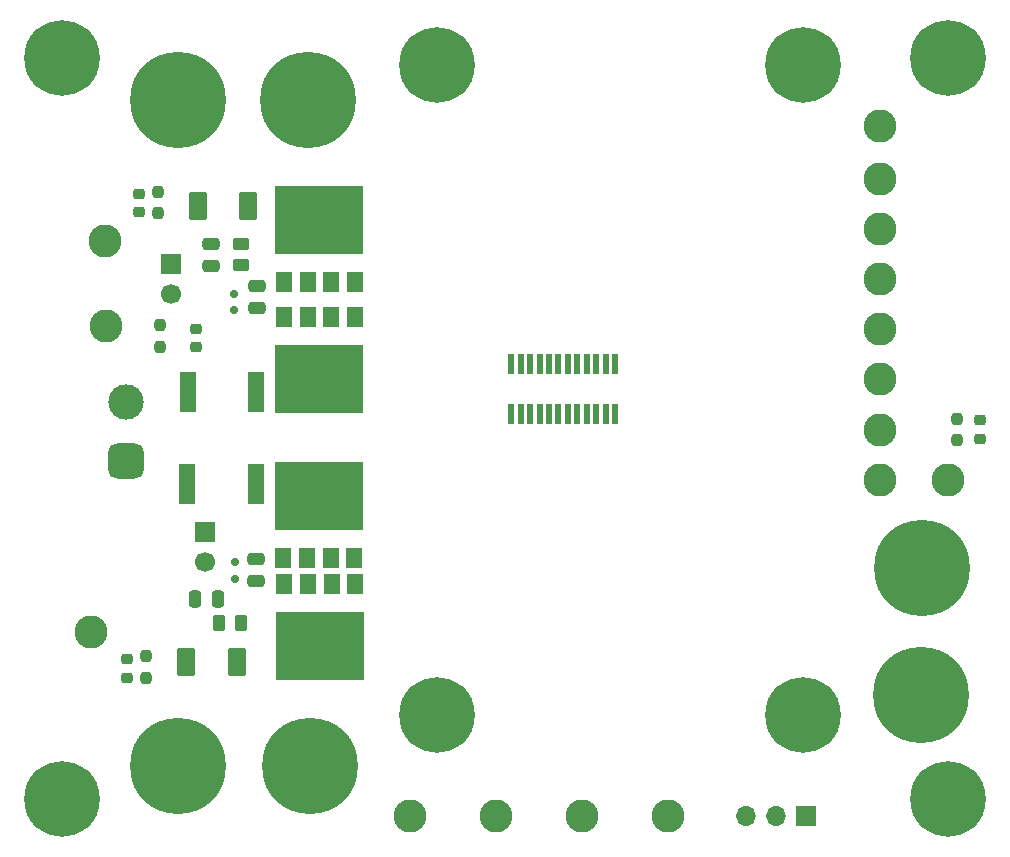
<source format=gbr>
%TF.GenerationSoftware,KiCad,Pcbnew,9.0.6*%
%TF.CreationDate,2026-01-20T23:25:45-06:00*%
%TF.ProjectId,TestBoard_PowerMuxPCB,54657374-426f-4617-9264-5f506f776572,rev?*%
%TF.SameCoordinates,Original*%
%TF.FileFunction,Soldermask,Top*%
%TF.FilePolarity,Negative*%
%FSLAX46Y46*%
G04 Gerber Fmt 4.6, Leading zero omitted, Abs format (unit mm)*
G04 Created by KiCad (PCBNEW 9.0.6) date 2026-01-20 23:25:45*
%MOMM*%
%LPD*%
G01*
G04 APERTURE LIST*
G04 Aperture macros list*
%AMRoundRect*
0 Rectangle with rounded corners*
0 $1 Rounding radius*
0 $2 $3 $4 $5 $6 $7 $8 $9 X,Y pos of 4 corners*
0 Add a 4 corners polygon primitive as box body*
4,1,4,$2,$3,$4,$5,$6,$7,$8,$9,$2,$3,0*
0 Add four circle primitives for the rounded corners*
1,1,$1+$1,$2,$3*
1,1,$1+$1,$4,$5*
1,1,$1+$1,$6,$7*
1,1,$1+$1,$8,$9*
0 Add four rect primitives between the rounded corners*
20,1,$1+$1,$2,$3,$4,$5,0*
20,1,$1+$1,$4,$5,$6,$7,0*
20,1,$1+$1,$6,$7,$8,$9,0*
20,1,$1+$1,$8,$9,$2,$3,0*%
G04 Aperture macros list end*
%ADD10RoundRect,0.218750X-0.256250X0.218750X-0.256250X-0.218750X0.256250X-0.218750X0.256250X0.218750X0*%
%ADD11RoundRect,0.237500X0.237500X-0.250000X0.237500X0.250000X-0.237500X0.250000X-0.237500X-0.250000X0*%
%ADD12RoundRect,0.237500X-0.237500X0.250000X-0.237500X-0.250000X0.237500X-0.250000X0.237500X0.250000X0*%
%ADD13RoundRect,0.250000X0.475000X-0.250000X0.475000X0.250000X-0.475000X0.250000X-0.475000X-0.250000X0*%
%ADD14C,8.115000*%
%ADD15RoundRect,0.102000X-0.590000X0.765000X-0.590000X-0.765000X0.590000X-0.765000X0.590000X0.765000X0*%
%ADD16RoundRect,0.102000X-3.605000X2.815000X-3.605000X-2.815000X3.605000X-2.815000X3.605000X2.815000X0*%
%ADD17C,6.400000*%
%ADD18C,2.800000*%
%ADD19RoundRect,0.102000X0.590000X-0.765000X0.590000X0.765000X-0.590000X0.765000X-0.590000X-0.765000X0*%
%ADD20RoundRect,0.102000X3.605000X-2.815000X3.605000X2.815000X-3.605000X2.815000X-3.605000X-2.815000X0*%
%ADD21R,1.450000X3.450000*%
%ADD22RoundRect,0.163043X0.586957X1.036957X-0.586957X1.036957X-0.586957X-1.036957X0.586957X-1.036957X0*%
%ADD23RoundRect,0.218750X0.256250X-0.218750X0.256250X0.218750X-0.256250X0.218750X-0.256250X-0.218750X0*%
%ADD24RoundRect,0.150000X0.200000X-0.150000X0.200000X0.150000X-0.200000X0.150000X-0.200000X-0.150000X0*%
%ADD25R,1.700000X1.700000*%
%ADD26O,1.700000X1.700000*%
%ADD27C,1.700000*%
%ADD28RoundRect,0.250000X0.262500X0.450000X-0.262500X0.450000X-0.262500X-0.450000X0.262500X-0.450000X0*%
%ADD29RoundRect,0.250000X-0.450000X0.262500X-0.450000X-0.262500X0.450000X-0.262500X0.450000X0.262500X0*%
%ADD30R,0.550000X1.800000*%
%ADD31C,3.600000*%
%ADD32RoundRect,0.250000X0.250000X0.475000X-0.250000X0.475000X-0.250000X-0.475000X0.250000X-0.475000X0*%
%ADD33RoundRect,0.750000X0.750000X-0.750000X0.750000X0.750000X-0.750000X0.750000X-0.750000X-0.750000X0*%
%ADD34C,3.000000*%
G04 APERTURE END LIST*
D10*
%TO.C,D2*%
X118830000Y-93685000D03*
X118830000Y-95260000D03*
%TD*%
D11*
%TO.C,R8*%
X115650000Y-83912500D03*
X115650000Y-82087500D03*
%TD*%
D12*
%TO.C,R7*%
X114620000Y-121407500D03*
X114620000Y-123232500D03*
%TD*%
D13*
%TO.C,CMOSFET3*%
X124000000Y-91950000D03*
X124000000Y-90050000D03*
%TD*%
D14*
%TO.C,J5*%
X180310000Y-114000000D03*
%TD*%
D15*
%TO.C,Q4*%
X132300000Y-92700000D03*
X130300000Y-92700000D03*
X128300000Y-92700000D03*
X126300000Y-92700000D03*
D16*
X129300000Y-97950000D03*
%TD*%
D10*
%TO.C,D5*%
X112990000Y-121692500D03*
X112990000Y-123267500D03*
%TD*%
D17*
%TO.C,H2*%
X107500000Y-133500000D03*
%TD*%
D18*
%TO.C,TP18*%
X144263333Y-135000000D03*
%TD*%
D19*
%TO.C,Q3*%
X126300000Y-89714500D03*
X128300000Y-89714500D03*
X130300000Y-89714500D03*
X132300000Y-89714500D03*
D20*
X129300000Y-84464500D03*
%TD*%
D17*
%TO.C,H1*%
X182500000Y-70750000D03*
%TD*%
D21*
%TO.C,R5*%
X123900000Y-106810000D03*
X118100000Y-106810000D03*
%TD*%
D17*
%TO.C,H4*%
X107500000Y-70750000D03*
%TD*%
D14*
%TO.C,J2*%
X117300000Y-74350000D03*
%TD*%
D22*
%TO.C,D4*%
X123300000Y-83300000D03*
X119000000Y-83300000D03*
%TD*%
D23*
%TO.C,D7*%
X185250000Y-103037500D03*
X185250000Y-101462500D03*
%TD*%
D14*
%TO.C,J7*%
X180250000Y-124750000D03*
%TD*%
D24*
%TO.C,D11*%
X122100000Y-90750000D03*
X122100000Y-92150000D03*
%TD*%
D25*
%TO.C,J8*%
X170540000Y-135000000D03*
D26*
X168000000Y-135000000D03*
X165460000Y-135000000D03*
%TD*%
D19*
%TO.C,Q2*%
X126250000Y-113114500D03*
X128250000Y-113114500D03*
X130250000Y-113114500D03*
X132250000Y-113114500D03*
D20*
X129250000Y-107864500D03*
%TD*%
D18*
%TO.C,TP19*%
X151526667Y-135000000D03*
%TD*%
%TO.C,TP2*%
X176750000Y-102250000D03*
%TD*%
D15*
%TO.C,Q1*%
X132350000Y-115325000D03*
X130350000Y-115325000D03*
X128350000Y-115325000D03*
X126350000Y-115325000D03*
D16*
X129350000Y-120575000D03*
%TD*%
D18*
%TO.C,TP16*%
X158790000Y-135000000D03*
%TD*%
D13*
%TO.C,CMOSFET1*%
X123980000Y-115100000D03*
X123980000Y-113200000D03*
%TD*%
D14*
%TO.C,J3*%
X117350000Y-130725000D03*
%TD*%
D18*
%TO.C,TP4*%
X176750000Y-93750000D03*
%TD*%
%TO.C,TP15*%
X111210000Y-93440000D03*
%TD*%
D25*
%TO.C,J11*%
X116750000Y-88250000D03*
D27*
X116750000Y-90790000D03*
%TD*%
D23*
%TO.C,D6*%
X114050000Y-83837500D03*
X114050000Y-82262500D03*
%TD*%
D28*
%TO.C,R3*%
X122632500Y-118610000D03*
X120807500Y-118610000D03*
%TD*%
D18*
%TO.C,TP5*%
X176750000Y-76500000D03*
%TD*%
D29*
%TO.C,R4*%
X122650000Y-86487500D03*
X122650000Y-88312500D03*
%TD*%
D18*
%TO.C,TP14*%
X109950000Y-119400000D03*
%TD*%
%TO.C,TP8*%
X176750000Y-89500000D03*
%TD*%
%TO.C,TP3*%
X176750000Y-98000000D03*
%TD*%
%TO.C,TP17*%
X137000000Y-135000000D03*
%TD*%
D14*
%TO.C,J1*%
X128500000Y-130725000D03*
%TD*%
%TO.C,J4*%
X128300000Y-74350000D03*
%TD*%
D24*
%TO.C,D9*%
X122180000Y-113480000D03*
X122180000Y-114880000D03*
%TD*%
D12*
%TO.C,R2*%
X115790000Y-93417500D03*
X115790000Y-95242500D03*
%TD*%
D25*
%TO.C,J10*%
X119650000Y-110875000D03*
D27*
X119650000Y-113415000D03*
%TD*%
D17*
%TO.C,H3*%
X182500000Y-133500000D03*
%TD*%
D22*
%TO.C,D3*%
X122350000Y-121910000D03*
X118050000Y-121910000D03*
%TD*%
D30*
%TO.C,J6*%
X154350000Y-96650000D03*
X154350000Y-100950000D03*
X153550000Y-96650000D03*
X153550000Y-100950000D03*
X152750000Y-96650000D03*
X152750000Y-100950000D03*
X151950000Y-96650000D03*
X151950000Y-100950000D03*
X151150000Y-96650000D03*
X151150000Y-100950000D03*
X150350000Y-96650000D03*
X150350000Y-100950000D03*
X149550000Y-96650000D03*
X149550000Y-100950000D03*
X148750000Y-96650000D03*
X148750000Y-100950000D03*
X147950000Y-96650000D03*
X147950000Y-100950000D03*
X147150000Y-96650000D03*
X147150000Y-100950000D03*
X146350000Y-96650000D03*
X146350000Y-100950000D03*
X145550000Y-96650000D03*
X145550000Y-100950000D03*
D31*
X139250000Y-126400000D03*
D17*
X139250000Y-126400000D03*
D31*
X170250000Y-126400000D03*
D17*
X170250000Y-126400000D03*
D31*
X139250000Y-71400000D03*
D17*
X139250000Y-71400000D03*
D31*
X170250000Y-71400000D03*
D17*
X170250000Y-71400000D03*
%TD*%
D18*
%TO.C,TP6*%
X176750000Y-81000000D03*
%TD*%
%TO.C,TP12*%
X182500000Y-106500000D03*
%TD*%
%TO.C,TP7*%
X176750000Y-85250000D03*
%TD*%
D32*
%TO.C,C1*%
X120710000Y-116560000D03*
X118810000Y-116560000D03*
%TD*%
D21*
%TO.C,R6*%
X123960000Y-99060000D03*
X118160000Y-99060000D03*
%TD*%
D33*
%TO.C,J9*%
X112930000Y-104910000D03*
D34*
X112930000Y-99910000D03*
%TD*%
D11*
%TO.C,R9*%
X183250000Y-103162500D03*
X183250000Y-101337500D03*
%TD*%
D13*
%TO.C,C2*%
X120150000Y-88400000D03*
X120150000Y-86500000D03*
%TD*%
D18*
%TO.C,TP13*%
X111150000Y-86300000D03*
%TD*%
%TO.C,TP1*%
X176750000Y-106500000D03*
%TD*%
M02*

</source>
